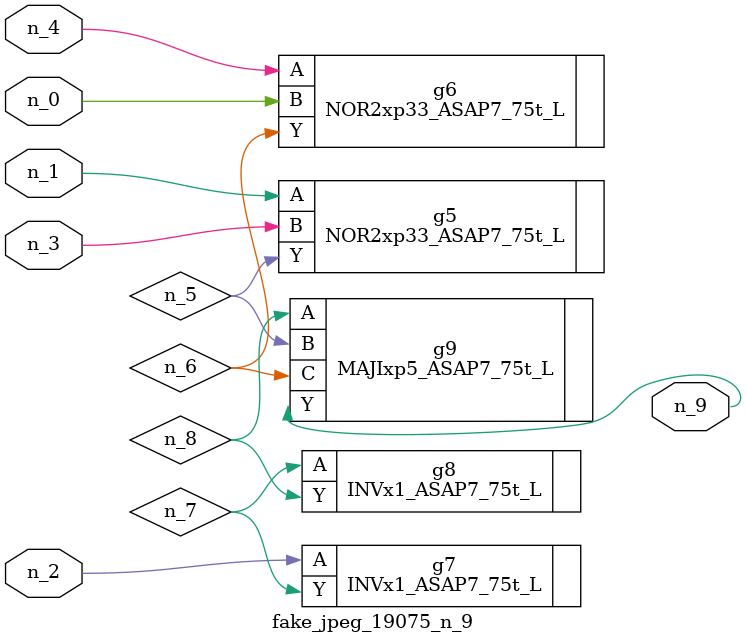
<source format=v>
module fake_jpeg_19075_n_9 (n_3, n_2, n_1, n_0, n_4, n_9);

input n_3;
input n_2;
input n_1;
input n_0;
input n_4;

output n_9;

wire n_8;
wire n_6;
wire n_5;
wire n_7;

NOR2xp33_ASAP7_75t_L g5 ( 
.A(n_1),
.B(n_3),
.Y(n_5)
);

NOR2xp33_ASAP7_75t_L g6 ( 
.A(n_4),
.B(n_0),
.Y(n_6)
);

INVx1_ASAP7_75t_L g7 ( 
.A(n_2),
.Y(n_7)
);

INVx1_ASAP7_75t_L g8 ( 
.A(n_7),
.Y(n_8)
);

MAJIxp5_ASAP7_75t_L g9 ( 
.A(n_8),
.B(n_5),
.C(n_6),
.Y(n_9)
);


endmodule
</source>
